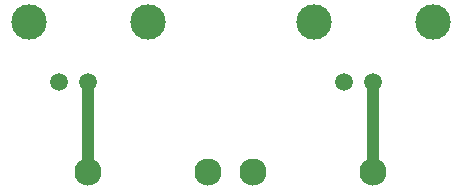
<source format=gbr>
%TF.GenerationSoftware,KiCad,Pcbnew,(5.1.10)-1*%
%TF.CreationDate,2021-10-22T00:50:49+01:00*%
%TF.ProjectId,RCA BOOARD,52434120-424f-44f4-9152-442e6b696361,rev?*%
%TF.SameCoordinates,Original*%
%TF.FileFunction,Copper,L1,Top*%
%TF.FilePolarity,Positive*%
%FSLAX46Y46*%
G04 Gerber Fmt 4.6, Leading zero omitted, Abs format (unit mm)*
G04 Created by KiCad (PCBNEW (5.1.10)-1) date 2021-10-22 00:50:49*
%MOMM*%
%LPD*%
G01*
G04 APERTURE LIST*
%TA.AperFunction,ComponentPad*%
%ADD10C,2.300000*%
%TD*%
%TA.AperFunction,ComponentPad*%
%ADD11C,3.000000*%
%TD*%
%TA.AperFunction,ComponentPad*%
%ADD12C,1.500000*%
%TD*%
%TA.AperFunction,Conductor*%
%ADD13C,1.000000*%
%TD*%
G04 APERTURE END LIST*
D10*
%TO.P, ,1*%
%TO.N,N/C*%
X153670000Y-114300000D03*
%TD*%
%TO.P, ,1*%
%TO.N,N/C*%
X143510000Y-114300000D03*
%TD*%
%TO.P, ,1*%
%TO.N,N/C*%
X139700000Y-114300000D03*
%TD*%
%TO.P, ,1*%
%TO.N,N/C*%
X129540000Y-114300000D03*
%TD*%
D11*
%TO.P,RCA 4LEG,1*%
%TO.N,N/C*%
X148620000Y-101590000D03*
%TO.P,RCA 4LEG,2*%
X158720000Y-101590000D03*
D12*
%TO.P,RCA 4LEG,3*%
X153670000Y-106690000D03*
%TO.P,RCA 4LEG,4*%
X151170000Y-106690000D03*
%TD*%
%TO.P,RCA 4LEG,4*%
%TO.N,N/C*%
X127040000Y-106690000D03*
%TO.P,RCA 4LEG,3*%
X129540000Y-106690000D03*
D11*
%TO.P,RCA 4LEG,2*%
X134590000Y-101590000D03*
%TO.P,RCA 4LEG,1*%
X124490000Y-101590000D03*
%TD*%
D13*
%TO.N,*%
X129540000Y-106690000D02*
X129540000Y-114300000D01*
X153670000Y-106690000D02*
X153670000Y-114300000D01*
%TD*%
M02*

</source>
